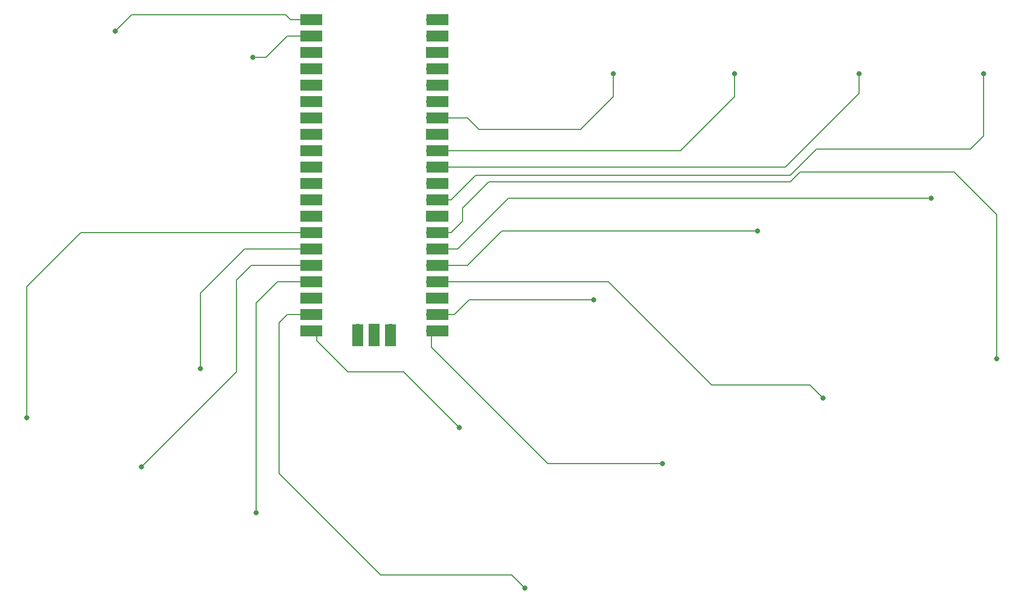
<source format=gbr>
%TF.GenerationSoftware,KiCad,Pcbnew,7.0.5*%
%TF.CreationDate,2023-08-11T22:31:08-05:00*%
%TF.ProjectId,ArkeyV2,41726b65-7956-4322-9e6b-696361645f70,rev?*%
%TF.SameCoordinates,Original*%
%TF.FileFunction,Copper,L1,Top*%
%TF.FilePolarity,Positive*%
%FSLAX46Y46*%
G04 Gerber Fmt 4.6, Leading zero omitted, Abs format (unit mm)*
G04 Created by KiCad (PCBNEW 7.0.5) date 2023-08-11 22:31:08*
%MOMM*%
%LPD*%
G01*
G04 APERTURE LIST*
%TA.AperFunction,ComponentPad*%
%ADD10O,1.700000X1.700000*%
%TD*%
%TA.AperFunction,SMDPad,CuDef*%
%ADD11R,3.500000X1.700000*%
%TD*%
%TA.AperFunction,ComponentPad*%
%ADD12R,1.700000X1.700000*%
%TD*%
%TA.AperFunction,SMDPad,CuDef*%
%ADD13R,1.700000X3.500000*%
%TD*%
%TA.AperFunction,ViaPad*%
%ADD14C,0.800000*%
%TD*%
%TA.AperFunction,Conductor*%
%ADD15C,0.140000*%
%TD*%
G04 APERTURE END LIST*
D10*
%TO.P,REF\u002A\u002A,1*%
%TO.N,N/C*%
X133858000Y-28194000D03*
D11*
X132958000Y-28194000D03*
D10*
%TO.P,REF\u002A\u002A,2*%
X133858000Y-30734000D03*
D11*
X132958000Y-30734000D03*
D12*
%TO.P,REF\u002A\u002A,3*%
X133858000Y-33274000D03*
D11*
X132958000Y-33274000D03*
D10*
%TO.P,REF\u002A\u002A,4*%
X133858000Y-35814000D03*
D11*
X132958000Y-35814000D03*
D10*
%TO.P,REF\u002A\u002A,5*%
X133858000Y-38354000D03*
D11*
X132958000Y-38354000D03*
D10*
%TO.P,REF\u002A\u002A,6*%
X133858000Y-40894000D03*
D11*
X132958000Y-40894000D03*
D10*
%TO.P,REF\u002A\u002A,7*%
X133858000Y-43434000D03*
D11*
X132958000Y-43434000D03*
D12*
%TO.P,REF\u002A\u002A,8*%
X133858000Y-45974000D03*
D11*
X132958000Y-45974000D03*
D10*
%TO.P,REF\u002A\u002A,9*%
X133858000Y-48514000D03*
D11*
X132958000Y-48514000D03*
D10*
%TO.P,REF\u002A\u002A,10*%
X133858000Y-51054000D03*
D11*
X132958000Y-51054000D03*
D10*
%TO.P,REF\u002A\u002A,11*%
X133858000Y-53594000D03*
D11*
X132958000Y-53594000D03*
D10*
%TO.P,REF\u002A\u002A,12*%
X133858000Y-56134000D03*
D11*
X132958000Y-56134000D03*
D12*
%TO.P,REF\u002A\u002A,13*%
X133858000Y-58674000D03*
D11*
X132958000Y-58674000D03*
D10*
%TO.P,REF\u002A\u002A,14*%
X133858000Y-61214000D03*
D11*
X132958000Y-61214000D03*
D10*
%TO.P,REF\u002A\u002A,15*%
X133858000Y-63754000D03*
D11*
X132958000Y-63754000D03*
D10*
%TO.P,REF\u002A\u002A,16*%
X133858000Y-66294000D03*
D11*
X132958000Y-66294000D03*
D10*
%TO.P,REF\u002A\u002A,17*%
X133858000Y-68834000D03*
D11*
X132958000Y-68834000D03*
D12*
%TO.P,REF\u002A\u002A,18*%
X133858000Y-71374000D03*
D11*
X132958000Y-71374000D03*
D10*
%TO.P,REF\u002A\u002A,19*%
X133858000Y-73914000D03*
D11*
X132958000Y-73914000D03*
D10*
%TO.P,REF\u002A\u002A,20*%
X133858000Y-76454000D03*
D11*
X132958000Y-76454000D03*
D10*
%TO.P,REF\u002A\u002A,21*%
X151638000Y-76454000D03*
D11*
X152538000Y-76454000D03*
D10*
%TO.P,REF\u002A\u002A,22*%
X151638000Y-73914000D03*
D11*
X152538000Y-73914000D03*
D12*
%TO.P,REF\u002A\u002A,23*%
X151638000Y-71374000D03*
D11*
X152538000Y-71374000D03*
D10*
%TO.P,REF\u002A\u002A,24*%
X151638000Y-68834000D03*
D11*
X152538000Y-68834000D03*
D10*
%TO.P,REF\u002A\u002A,25*%
X151638000Y-66294000D03*
D11*
X152538000Y-66294000D03*
D10*
%TO.P,REF\u002A\u002A,26*%
X151638000Y-63754000D03*
D11*
X152538000Y-63754000D03*
D10*
%TO.P,REF\u002A\u002A,27*%
X151638000Y-61214000D03*
D11*
X152538000Y-61214000D03*
D12*
%TO.P,REF\u002A\u002A,28*%
X151638000Y-58674000D03*
D11*
X152538000Y-58674000D03*
D10*
%TO.P,REF\u002A\u002A,29*%
X151638000Y-56134000D03*
D11*
X152538000Y-56134000D03*
D10*
%TO.P,REF\u002A\u002A,30*%
X151638000Y-53594000D03*
D11*
X152538000Y-53594000D03*
D10*
%TO.P,REF\u002A\u002A,31*%
X151638000Y-51054000D03*
D11*
X152538000Y-51054000D03*
D10*
%TO.P,REF\u002A\u002A,32*%
X151638000Y-48514000D03*
D11*
X152538000Y-48514000D03*
D12*
%TO.P,REF\u002A\u002A,33*%
X151638000Y-45974000D03*
D11*
X152538000Y-45974000D03*
D10*
%TO.P,REF\u002A\u002A,34*%
X151638000Y-43434000D03*
D11*
X152538000Y-43434000D03*
D10*
%TO.P,REF\u002A\u002A,35*%
X151638000Y-40894000D03*
D11*
X152538000Y-40894000D03*
D10*
%TO.P,REF\u002A\u002A,36*%
X151638000Y-38354000D03*
D11*
X152538000Y-38354000D03*
D10*
%TO.P,REF\u002A\u002A,37*%
X151638000Y-35814000D03*
D11*
X152538000Y-35814000D03*
D12*
%TO.P,REF\u002A\u002A,38*%
X151638000Y-33274000D03*
D11*
X152538000Y-33274000D03*
D10*
%TO.P,REF\u002A\u002A,39*%
X151638000Y-30734000D03*
D11*
X152538000Y-30734000D03*
D10*
%TO.P,REF\u002A\u002A,40*%
X151638000Y-28194000D03*
D11*
X152538000Y-28194000D03*
D10*
%TO.P,REF\u002A\u002A,41*%
X140208000Y-76224000D03*
D13*
X140208000Y-77124000D03*
D12*
%TO.P,REF\u002A\u002A,42*%
X142748000Y-76224000D03*
D13*
X142748000Y-77124000D03*
D10*
%TO.P,REF\u002A\u002A,43*%
X145288000Y-76224000D03*
D13*
X145288000Y-77124000D03*
%TD*%
D14*
%TO.N,*%
X237236000Y-36576000D03*
X212344000Y-86868000D03*
X198628000Y-36576000D03*
X88900000Y-89916000D03*
X155956000Y-91440000D03*
X124460000Y-104648000D03*
X187452000Y-97028000D03*
X176784000Y-71628000D03*
X179832000Y-36576000D03*
X229108000Y-55880000D03*
X166116000Y-116332000D03*
X115824000Y-82296000D03*
X123952000Y-34036000D03*
X106680000Y-97536000D03*
X102616000Y-29972000D03*
X239268000Y-80772000D03*
X217932000Y-36576000D03*
X202184000Y-60960000D03*
%TD*%
D15*
%TO.N,*%
X97282000Y-61214000D02*
X133858000Y-61214000D01*
X88900000Y-69596000D02*
X97282000Y-61214000D01*
X88900000Y-89916000D02*
X88900000Y-69596000D01*
X115824000Y-70612000D02*
X122682000Y-63754000D01*
X122682000Y-63754000D02*
X133858000Y-63754000D01*
X115824000Y-82296000D02*
X115824000Y-70612000D01*
X121412000Y-68580000D02*
X123698000Y-66294000D01*
X123698000Y-66294000D02*
X133858000Y-66294000D01*
X121412000Y-82804000D02*
X121412000Y-68580000D01*
X106680000Y-97536000D02*
X121412000Y-82804000D01*
X127762000Y-68834000D02*
X133858000Y-68834000D01*
X124460000Y-72136000D02*
X127762000Y-68834000D01*
X124460000Y-104648000D02*
X124460000Y-72136000D01*
X129286000Y-73914000D02*
X133858000Y-73914000D01*
X128016000Y-75184000D02*
X129286000Y-73914000D01*
X128016000Y-98552000D02*
X128016000Y-75184000D01*
X143764000Y-114300000D02*
X128016000Y-98552000D01*
X164084000Y-114300000D02*
X143764000Y-114300000D01*
X166116000Y-116332000D02*
X164084000Y-114300000D01*
X138684000Y-82804000D02*
X133858000Y-77978000D01*
X147320000Y-82804000D02*
X138684000Y-82804000D01*
X155956000Y-91440000D02*
X147320000Y-82804000D01*
X133858000Y-77978000D02*
X133858000Y-76454000D01*
X151638000Y-78994000D02*
X151638000Y-76454000D01*
X169672000Y-97028000D02*
X151638000Y-78994000D01*
X187452000Y-97028000D02*
X169672000Y-97028000D01*
X155194000Y-73914000D02*
X151638000Y-73914000D01*
X157480000Y-71628000D02*
X155194000Y-73914000D01*
X176784000Y-71628000D02*
X157480000Y-71628000D01*
X162560000Y-60960000D02*
X157226000Y-66294000D01*
X202184000Y-60960000D02*
X162560000Y-60960000D01*
X157226000Y-66294000D02*
X151638000Y-66294000D01*
X210312000Y-84836000D02*
X212344000Y-86868000D01*
X195072000Y-84836000D02*
X210312000Y-84836000D01*
X151638000Y-68834000D02*
X179070000Y-68834000D01*
X179070000Y-68834000D02*
X195072000Y-84836000D01*
X155702000Y-63754000D02*
X151638000Y-63754000D01*
X163576000Y-55880000D02*
X155702000Y-63754000D01*
X229108000Y-55880000D02*
X163576000Y-55880000D01*
X154686000Y-61214000D02*
X151638000Y-61214000D01*
X156464000Y-59436000D02*
X154686000Y-61214000D01*
X156464000Y-57404000D02*
X156464000Y-59436000D01*
X208788000Y-51816000D02*
X207264000Y-53340000D01*
X232664000Y-51816000D02*
X208788000Y-51816000D01*
X239268000Y-58420000D02*
X232664000Y-51816000D01*
X160528000Y-53340000D02*
X156464000Y-57404000D01*
X239268000Y-80772000D02*
X239268000Y-58420000D01*
X207264000Y-53340000D02*
X160528000Y-53340000D01*
X211328000Y-48260000D02*
X235204000Y-48260000D01*
X237236000Y-46228000D02*
X237236000Y-36576000D01*
X158496000Y-52324000D02*
X207264000Y-52324000D01*
X207264000Y-52324000D02*
X211328000Y-48260000D01*
X235204000Y-48260000D02*
X237236000Y-46228000D01*
X154686000Y-56134000D02*
X158496000Y-52324000D01*
X151638000Y-56134000D02*
X154686000Y-56134000D01*
X217932000Y-39624000D02*
X217932000Y-36576000D01*
X206502000Y-51054000D02*
X217932000Y-39624000D01*
X151638000Y-51054000D02*
X206502000Y-51054000D01*
X198628000Y-40132000D02*
X198628000Y-36576000D01*
X190246000Y-48514000D02*
X198628000Y-40132000D01*
X151638000Y-48514000D02*
X190246000Y-48514000D01*
X174752000Y-45212000D02*
X159004000Y-45212000D01*
X157226000Y-43434000D02*
X151638000Y-43434000D01*
X179832000Y-40132000D02*
X174752000Y-45212000D01*
X159004000Y-45212000D02*
X157226000Y-43434000D01*
X179832000Y-36576000D02*
X179832000Y-40132000D01*
X129794000Y-28194000D02*
X133858000Y-28194000D01*
X129032000Y-27432000D02*
X129794000Y-28194000D01*
X102616000Y-29972000D02*
X105156000Y-27432000D01*
X105156000Y-27432000D02*
X129032000Y-27432000D01*
X129286000Y-30734000D02*
X133858000Y-30734000D01*
X125984000Y-34036000D02*
X129286000Y-30734000D01*
X123952000Y-34036000D02*
X125984000Y-34036000D01*
%TD*%
M02*

</source>
